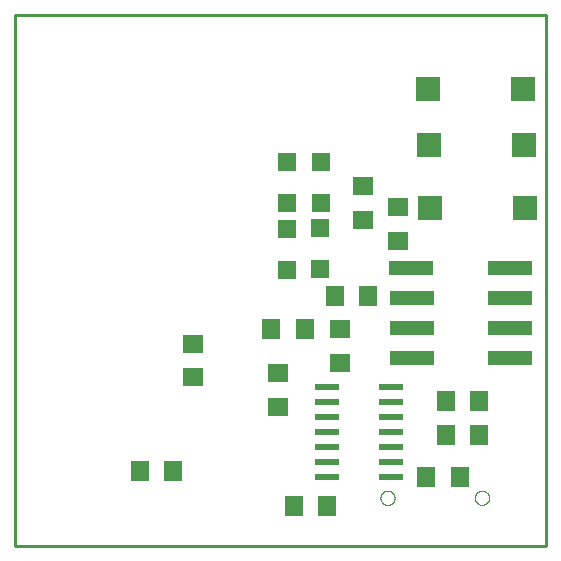
<source format=gtp>
G75*
%MOIN*%
%OFA0B0*%
%FSLAX25Y25*%
%IPPOS*%
%LPD*%
%AMOC8*
5,1,8,0,0,1.08239X$1,22.5*
%
%ADD10C,0.01000*%
%ADD11R,0.06299X0.07087*%
%ADD12R,0.07874X0.01969*%
%ADD13R,0.05906X0.05906*%
%ADD14R,0.07098X0.06299*%
%ADD15R,0.06299X0.07098*%
%ADD16R,0.07874X0.07874*%
%ADD17R,0.14567X0.04528*%
%ADD18C,0.00000*%
D10*
X0019234Y0003118D02*
X0019234Y0180283D01*
X0196399Y0180283D01*
X0196399Y0003118D01*
X0019234Y0003118D01*
D11*
X0112147Y0016504D03*
X0123171Y0016504D03*
X0162997Y0040094D03*
X0174020Y0040094D03*
X0174020Y0051624D03*
X0162997Y0051624D03*
D12*
X0144649Y0051135D03*
X0144649Y0046135D03*
X0144649Y0041135D03*
X0144649Y0036135D03*
X0144649Y0031135D03*
X0144649Y0026135D03*
X0123389Y0026135D03*
X0123389Y0031135D03*
X0123389Y0036135D03*
X0123389Y0041135D03*
X0123389Y0046135D03*
X0123389Y0051135D03*
X0123389Y0056175D03*
X0144649Y0056135D03*
D13*
X0120977Y0095541D03*
X0109785Y0095047D03*
X0109785Y0108827D03*
X0109785Y0117488D03*
X0121202Y0117488D03*
X0120977Y0109320D03*
X0121202Y0131268D03*
X0109785Y0131268D03*
D14*
X0135420Y0123047D03*
X0135420Y0111850D03*
X0147054Y0116155D03*
X0147054Y0104958D03*
X0127770Y0075495D03*
X0127770Y0064298D03*
X0107029Y0060685D03*
X0107029Y0049488D03*
X0078683Y0059331D03*
X0078683Y0070528D03*
D15*
X0104668Y0075446D03*
X0115865Y0075446D03*
X0125808Y0086335D03*
X0137005Y0086335D03*
X0156443Y0026240D03*
X0167639Y0026240D03*
X0072076Y0028302D03*
X0060880Y0028302D03*
D16*
X0157649Y0115762D03*
X0157361Y0136939D03*
X0157061Y0155361D03*
X0188557Y0155361D03*
X0188857Y0136939D03*
X0189145Y0115762D03*
D17*
X0184194Y0095852D03*
X0184234Y0085852D03*
X0184194Y0075852D03*
X0184234Y0065852D03*
X0151517Y0065852D03*
X0151517Y0075852D03*
X0151478Y0085852D03*
X0151439Y0095852D03*
D18*
X0141084Y0019220D02*
X0141086Y0019317D01*
X0141092Y0019414D01*
X0141102Y0019510D01*
X0141116Y0019606D01*
X0141134Y0019702D01*
X0141155Y0019796D01*
X0141181Y0019890D01*
X0141210Y0019982D01*
X0141244Y0020073D01*
X0141280Y0020163D01*
X0141321Y0020251D01*
X0141365Y0020337D01*
X0141413Y0020422D01*
X0141464Y0020504D01*
X0141518Y0020585D01*
X0141576Y0020663D01*
X0141637Y0020738D01*
X0141700Y0020811D01*
X0141767Y0020882D01*
X0141837Y0020949D01*
X0141909Y0021014D01*
X0141984Y0021075D01*
X0142062Y0021134D01*
X0142141Y0021189D01*
X0142223Y0021241D01*
X0142307Y0021289D01*
X0142393Y0021334D01*
X0142481Y0021376D01*
X0142570Y0021414D01*
X0142661Y0021448D01*
X0142753Y0021478D01*
X0142846Y0021505D01*
X0142941Y0021527D01*
X0143036Y0021546D01*
X0143132Y0021561D01*
X0143228Y0021572D01*
X0143325Y0021579D01*
X0143422Y0021582D01*
X0143519Y0021581D01*
X0143616Y0021576D01*
X0143712Y0021567D01*
X0143808Y0021554D01*
X0143904Y0021537D01*
X0143999Y0021516D01*
X0144092Y0021492D01*
X0144185Y0021463D01*
X0144277Y0021431D01*
X0144367Y0021395D01*
X0144455Y0021356D01*
X0144542Y0021312D01*
X0144627Y0021266D01*
X0144710Y0021215D01*
X0144791Y0021162D01*
X0144869Y0021105D01*
X0144946Y0021045D01*
X0145019Y0020982D01*
X0145090Y0020916D01*
X0145158Y0020847D01*
X0145224Y0020775D01*
X0145286Y0020701D01*
X0145345Y0020624D01*
X0145401Y0020545D01*
X0145454Y0020463D01*
X0145504Y0020380D01*
X0145549Y0020294D01*
X0145592Y0020207D01*
X0145631Y0020118D01*
X0145666Y0020028D01*
X0145697Y0019936D01*
X0145724Y0019843D01*
X0145748Y0019749D01*
X0145768Y0019654D01*
X0145784Y0019558D01*
X0145796Y0019462D01*
X0145804Y0019365D01*
X0145808Y0019268D01*
X0145808Y0019172D01*
X0145804Y0019075D01*
X0145796Y0018978D01*
X0145784Y0018882D01*
X0145768Y0018786D01*
X0145748Y0018691D01*
X0145724Y0018597D01*
X0145697Y0018504D01*
X0145666Y0018412D01*
X0145631Y0018322D01*
X0145592Y0018233D01*
X0145549Y0018146D01*
X0145504Y0018060D01*
X0145454Y0017977D01*
X0145401Y0017895D01*
X0145345Y0017816D01*
X0145286Y0017739D01*
X0145224Y0017665D01*
X0145158Y0017593D01*
X0145090Y0017524D01*
X0145019Y0017458D01*
X0144946Y0017395D01*
X0144869Y0017335D01*
X0144791Y0017278D01*
X0144710Y0017225D01*
X0144627Y0017174D01*
X0144542Y0017128D01*
X0144455Y0017084D01*
X0144367Y0017045D01*
X0144277Y0017009D01*
X0144185Y0016977D01*
X0144092Y0016948D01*
X0143999Y0016924D01*
X0143904Y0016903D01*
X0143808Y0016886D01*
X0143712Y0016873D01*
X0143616Y0016864D01*
X0143519Y0016859D01*
X0143422Y0016858D01*
X0143325Y0016861D01*
X0143228Y0016868D01*
X0143132Y0016879D01*
X0143036Y0016894D01*
X0142941Y0016913D01*
X0142846Y0016935D01*
X0142753Y0016962D01*
X0142661Y0016992D01*
X0142570Y0017026D01*
X0142481Y0017064D01*
X0142393Y0017106D01*
X0142307Y0017151D01*
X0142223Y0017199D01*
X0142141Y0017251D01*
X0142062Y0017306D01*
X0141984Y0017365D01*
X0141909Y0017426D01*
X0141837Y0017491D01*
X0141767Y0017558D01*
X0141700Y0017629D01*
X0141637Y0017702D01*
X0141576Y0017777D01*
X0141518Y0017855D01*
X0141464Y0017936D01*
X0141413Y0018018D01*
X0141365Y0018103D01*
X0141321Y0018189D01*
X0141280Y0018277D01*
X0141244Y0018367D01*
X0141210Y0018458D01*
X0141181Y0018550D01*
X0141155Y0018644D01*
X0141134Y0018738D01*
X0141116Y0018834D01*
X0141102Y0018930D01*
X0141092Y0019026D01*
X0141086Y0019123D01*
X0141084Y0019220D01*
X0172581Y0019220D02*
X0172583Y0019317D01*
X0172589Y0019414D01*
X0172599Y0019510D01*
X0172613Y0019606D01*
X0172631Y0019702D01*
X0172652Y0019796D01*
X0172678Y0019890D01*
X0172707Y0019982D01*
X0172741Y0020073D01*
X0172777Y0020163D01*
X0172818Y0020251D01*
X0172862Y0020337D01*
X0172910Y0020422D01*
X0172961Y0020504D01*
X0173015Y0020585D01*
X0173073Y0020663D01*
X0173134Y0020738D01*
X0173197Y0020811D01*
X0173264Y0020882D01*
X0173334Y0020949D01*
X0173406Y0021014D01*
X0173481Y0021075D01*
X0173559Y0021134D01*
X0173638Y0021189D01*
X0173720Y0021241D01*
X0173804Y0021289D01*
X0173890Y0021334D01*
X0173978Y0021376D01*
X0174067Y0021414D01*
X0174158Y0021448D01*
X0174250Y0021478D01*
X0174343Y0021505D01*
X0174438Y0021527D01*
X0174533Y0021546D01*
X0174629Y0021561D01*
X0174725Y0021572D01*
X0174822Y0021579D01*
X0174919Y0021582D01*
X0175016Y0021581D01*
X0175113Y0021576D01*
X0175209Y0021567D01*
X0175305Y0021554D01*
X0175401Y0021537D01*
X0175496Y0021516D01*
X0175589Y0021492D01*
X0175682Y0021463D01*
X0175774Y0021431D01*
X0175864Y0021395D01*
X0175952Y0021356D01*
X0176039Y0021312D01*
X0176124Y0021266D01*
X0176207Y0021215D01*
X0176288Y0021162D01*
X0176366Y0021105D01*
X0176443Y0021045D01*
X0176516Y0020982D01*
X0176587Y0020916D01*
X0176655Y0020847D01*
X0176721Y0020775D01*
X0176783Y0020701D01*
X0176842Y0020624D01*
X0176898Y0020545D01*
X0176951Y0020463D01*
X0177001Y0020380D01*
X0177046Y0020294D01*
X0177089Y0020207D01*
X0177128Y0020118D01*
X0177163Y0020028D01*
X0177194Y0019936D01*
X0177221Y0019843D01*
X0177245Y0019749D01*
X0177265Y0019654D01*
X0177281Y0019558D01*
X0177293Y0019462D01*
X0177301Y0019365D01*
X0177305Y0019268D01*
X0177305Y0019172D01*
X0177301Y0019075D01*
X0177293Y0018978D01*
X0177281Y0018882D01*
X0177265Y0018786D01*
X0177245Y0018691D01*
X0177221Y0018597D01*
X0177194Y0018504D01*
X0177163Y0018412D01*
X0177128Y0018322D01*
X0177089Y0018233D01*
X0177046Y0018146D01*
X0177001Y0018060D01*
X0176951Y0017977D01*
X0176898Y0017895D01*
X0176842Y0017816D01*
X0176783Y0017739D01*
X0176721Y0017665D01*
X0176655Y0017593D01*
X0176587Y0017524D01*
X0176516Y0017458D01*
X0176443Y0017395D01*
X0176366Y0017335D01*
X0176288Y0017278D01*
X0176207Y0017225D01*
X0176124Y0017174D01*
X0176039Y0017128D01*
X0175952Y0017084D01*
X0175864Y0017045D01*
X0175774Y0017009D01*
X0175682Y0016977D01*
X0175589Y0016948D01*
X0175496Y0016924D01*
X0175401Y0016903D01*
X0175305Y0016886D01*
X0175209Y0016873D01*
X0175113Y0016864D01*
X0175016Y0016859D01*
X0174919Y0016858D01*
X0174822Y0016861D01*
X0174725Y0016868D01*
X0174629Y0016879D01*
X0174533Y0016894D01*
X0174438Y0016913D01*
X0174343Y0016935D01*
X0174250Y0016962D01*
X0174158Y0016992D01*
X0174067Y0017026D01*
X0173978Y0017064D01*
X0173890Y0017106D01*
X0173804Y0017151D01*
X0173720Y0017199D01*
X0173638Y0017251D01*
X0173559Y0017306D01*
X0173481Y0017365D01*
X0173406Y0017426D01*
X0173334Y0017491D01*
X0173264Y0017558D01*
X0173197Y0017629D01*
X0173134Y0017702D01*
X0173073Y0017777D01*
X0173015Y0017855D01*
X0172961Y0017936D01*
X0172910Y0018018D01*
X0172862Y0018103D01*
X0172818Y0018189D01*
X0172777Y0018277D01*
X0172741Y0018367D01*
X0172707Y0018458D01*
X0172678Y0018550D01*
X0172652Y0018644D01*
X0172631Y0018738D01*
X0172613Y0018834D01*
X0172599Y0018930D01*
X0172589Y0019026D01*
X0172583Y0019123D01*
X0172581Y0019220D01*
M02*

</source>
